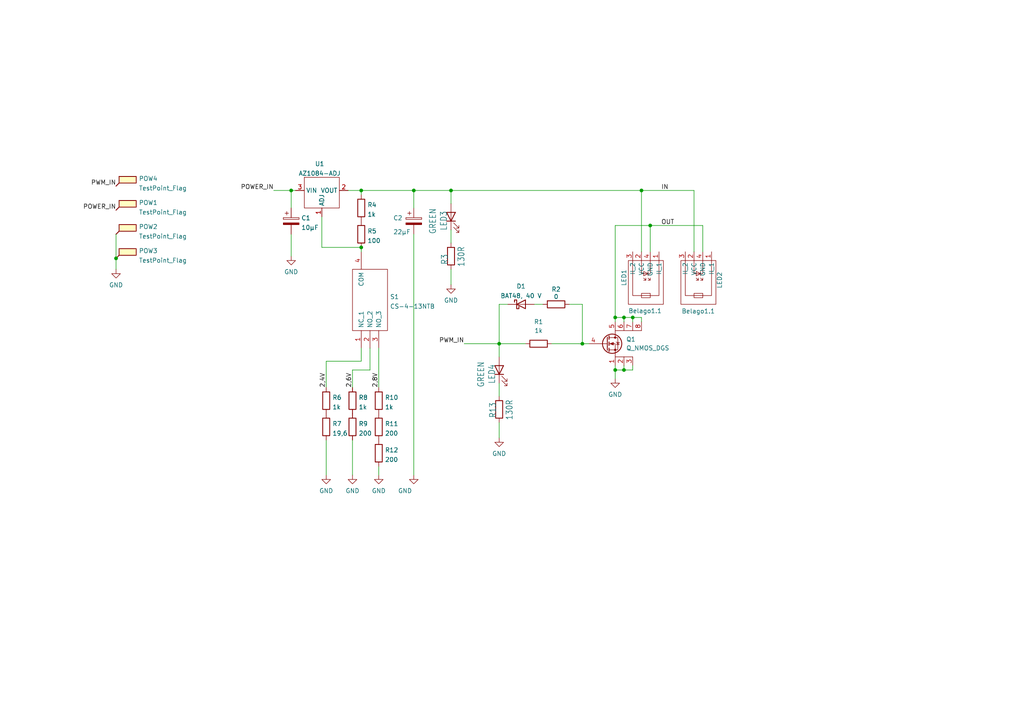
<source format=kicad_sch>
(kicad_sch (version 20210621) (generator eeschema)
  (paper "A4")
  (lib_symbols
    (symbol "AZ1084-ADJ:AZ1084-ADJ"
      (property "Reference" "U?" (at 0 6.985 0))
      (property "Value" "AZ1084-ADJ" (at 0 5.08 0))
      (symbol "AZ1084-ADJ_0_1"
        (polyline (pts (xy -5.08 3.81) (xy -5.08 0)) (stroke (width 0.1524)))
        (polyline (pts (xy -5.08 0) (xy -5.08 -5.08) (xy 5.08 -5.08) (xy 5.08 3.81) (xy -5.08 3.81)) (stroke (width 0.1524)))
      )
      (symbol "AZ1084-ADJ_1_1"
        (pin input line (at 0 -7.62 90) (length 2.54) (name "ADJ") (number "1"))
        (pin output line (at 7.62 0 180) (length 2.54) (name "VOUT") (number "2"))
        (pin input line (at -7.62 0 0) (length 2.54) (name "VIN") (number "3"))
      )
    )
    (symbol "Belago1.1:Belago1.1"
      (property "Reference" "LED?" (at 0 6.985 0))
      (property "Value" "Belago1.1" (at 10.795 0 90))
      (symbol "Belago1.1_0_1"
        (polyline (pts (xy -0.635 0.635) (xy 0.635 0.635)) (stroke (width 0.1524)))
        (polyline (pts (xy 1.905 0) (xy 1.905 -0.635)) (stroke (width 0.1524)))
        (polyline (pts (xy 1.27 -0.635) (xy 1.905 0) (xy 1.27 0)) (stroke (width 0.1524)))
        (polyline (pts (xy -3.81 1.27) (xy 0 1.27) (xy 0 -1.27) (xy -3.81 -1.27)) (stroke (width 0.1524)))
        (polyline (pts (xy 0 0.635) (xy -0.635 -0.635) (xy 0.635 -0.635) (xy 0 0.635)) (stroke (width 0.1524)))
        (polyline (pts (xy 1.27 0.635) (xy 1.905 1.27) (xy 1.27 1.27) (xy 1.905 1.27) (xy 1.905 0.635)) (stroke (width 0.1524)))
        (polyline (pts (xy 5.715 1.27) (xy 6.985 1.27) (xy 6.985 -1.27) (xy 5.715 -1.27) (xy 5.715 1.27)) (stroke (width 0.1524)))
        (polyline (pts (xy -3.81 3.81) (xy 6.35 3.81) (xy 6.35 -3.81) (xy -3.81 -3.81) (xy -3.81 -5.08) (xy 8.89 -5.08) (xy 8.89 5.08) (xy -3.81 5.08) (xy -3.81 -3.81)) (stroke (width 0.1524)))
      )
      (symbol "Belago1.1_1_1"
        (pin passive line (at -6.35 3.81 0) (length 2.54) (name "Il_1") (number "1"))
        (pin passive line (at -6.35 -1.27 0) (length 2.54) (name "VCC") (number "2"))
        (pin passive line (at -6.35 -3.81 0) (length 2.54) (name "Il_2") (number "3"))
        (pin passive line (at -6.35 1.27 0) (length 2.54) (name "GND") (number "4"))
      )
    )
    (symbol "CS-4-13NTB:CS-4-13NTB" (pin_names (offset 0.762))
      (property "Reference" "S" (at 24.13 7.62 0))
      (property "Value" "CS-4-13NTB" (at 24.13 5.08 0))
      (symbol "CS-4-13NTB_0_0"
        (pin passive line (at 0 0 0) (length 5.08) (name "NC_1") (number "1"))
        (pin passive line (at 0 -2.54 0) (length 5.08) (name "NO_2") (number "2"))
        (pin passive line (at 0 -5.08 0) (length 5.08) (name "NO_3") (number "3"))
        (pin passive line (at 27.94 0 180) (length 5.08) (name "COM") (number "4"))
      )
      (symbol "CS-4-13NTB_0_1"
        (polyline (pts (xy 5.08 2.54) (xy 22.86 2.54) (xy 22.86 -7.62) (xy 5.08 -7.62) (xy 5.08 2.54)) (stroke (width 0.1524)))
      )
    )
    (symbol "Connector:TestPoint_Flag" (pin_numbers hide) (pin_names (offset 0.762) hide)
      (property "Reference" "TP" (at 3.429 1.778 0))
      (property "Value" "TestPoint_Flag" (at 3.302 4.191 0))
      (symbol "TestPoint_Flag_0_1"
        (polyline (pts (xy 0 0) (xy 0.889 0.889)) (stroke (width 0.254)))
        (rectangle (start 0.889 2.794) (end 5.842 0.889) (stroke (width 0.254)) (fill (type background)))
      )
      (symbol "TestPoint_Flag_1_1"
        (pin passive line (at 0 0 90) (length 0) (name "1") (number "1"))
      )
    )
    (symbol "Device:C_Polarized" (pin_numbers hide) (pin_names (offset 0.254))
      (property "Reference" "C" (at 0.635 2.54 0))
      (property "Value" "C_Polarized" (at 0.635 -2.54 0))
      (symbol "C_Polarized_0_1"
        (rectangle (start -2.286 0.508) (end 2.286 1.016))
        (polyline (pts (xy -1.778 2.286) (xy -0.762 2.286)))
        (polyline (pts (xy -1.27 2.794) (xy -1.27 1.778)))
        (rectangle (start 2.286 -0.508) (end -2.286 -1.016) (fill (type outline)))
      )
      (symbol "C_Polarized_1_1"
        (pin passive line (at 0 3.81 270) (length 2.794) (name "~") (number "1"))
        (pin passive line (at 0 -3.81 90) (length 2.794) (name "~") (number "2"))
      )
    )
    (symbol "Device:D_Schottky" (pin_numbers hide) (pin_names (offset 1.016) hide)
      (property "Reference" "D" (at 0 2.54 0))
      (property "Value" "D_Schottky" (at 0 -2.54 0))
      (symbol "D_Schottky_0_1"
        (polyline (pts (xy 1.27 0) (xy -1.27 0)))
        (polyline (pts (xy 1.27 1.27) (xy 1.27 -1.27) (xy -1.27 0) (xy 1.27 1.27)) (stroke (width 0.254)))
        (polyline (pts (xy -1.905 0.635) (xy -1.905 1.27) (xy -1.27 1.27) (xy -1.27 -1.27) (xy -0.635 -1.27) (xy -0.635 -0.635)) (stroke (width 0.254)))
      )
      (symbol "D_Schottky_1_1"
        (pin passive line (at -3.81 0 0) (length 2.54) (name "K") (number "1"))
        (pin passive line (at 3.81 0 180) (length 2.54) (name "A") (number "2"))
      )
    )
    (symbol "Device:LED" (pin_numbers hide) (pin_names (offset 1.016) hide)
      (property "Reference" "D" (at 0 2.54 0))
      (property "Value" "LED" (at 0 -2.54 0))
      (symbol "LED_0_1"
        (polyline (pts (xy -1.27 -1.27) (xy -1.27 1.27)) (stroke (width 0.254)))
        (polyline (pts (xy -1.27 0) (xy 1.27 0)))
        (polyline (pts (xy 1.27 -1.27) (xy 1.27 1.27) (xy -1.27 0) (xy 1.27 -1.27)) (stroke (width 0.254)))
        (polyline (pts (xy -3.048 -0.762) (xy -4.572 -2.286) (xy -3.81 -2.286) (xy -4.572 -2.286) (xy -4.572 -1.524)))
        (polyline (pts (xy -1.778 -0.762) (xy -3.302 -2.286) (xy -2.54 -2.286) (xy -3.302 -2.286) (xy -3.302 -1.524)))
      )
      (symbol "LED_1_1"
        (pin passive line (at -3.81 0 0) (length 2.54) (name "K") (number "1"))
        (pin passive line (at 3.81 0 180) (length 2.54) (name "A") (number "2"))
      )
    )
    (symbol "Device:R" (pin_numbers hide) (pin_names (offset 0))
      (property "Reference" "R" (at 2.032 0 90))
      (property "Value" "R" (at 0 0 90))
      (symbol "R_0_1"
        (rectangle (start -1.016 -2.54) (end 1.016 2.54) (stroke (width 0.254)))
      )
      (symbol "R_1_1"
        (pin passive line (at 0 3.81 270) (length 1.27) (name "~") (number "1"))
        (pin passive line (at 0 -3.81 90) (length 1.27) (name "~") (number "2"))
      )
    )
    (symbol "IRL100HS121:DMT10H072LFDF" (pin_names (offset 0) hide)
      (property "Reference" "Q" (at 5.08 1.27 0))
      (property "Value" "DMT10H072LFDF" (at 5.08 -1.27 0))
      (symbol "DMT10H072LFDF_0_1"
        (polyline (pts (xy 0.254 0) (xy -2.54 0)))
        (polyline (pts (xy 0.254 1.905) (xy 0.254 -1.905)) (stroke (width 0.254)))
        (polyline (pts (xy 0.762 -1.27) (xy 0.762 -2.286)) (stroke (width 0.254)))
        (polyline (pts (xy 0.762 0.508) (xy 0.762 -0.508)) (stroke (width 0.254)))
        (polyline (pts (xy 0.762 2.286) (xy 0.762 1.27)) (stroke (width 0.254)))
        (polyline (pts (xy 2.54 2.54) (xy 2.54 1.778)))
        (polyline (pts (xy 2.54 2.54) (xy 2.54 3.81)) (stroke (width 0.1524)))
        (polyline (pts (xy 5.08 -3.81) (xy 7.62 -3.81)) (stroke (width 0.1524)))
        (polyline (pts (xy 10.16 3.81) (xy 2.54 3.81)) (stroke (width 0.1524)))
        (polyline (pts (xy 2.54 -2.54) (xy 2.54 -3.81) (xy 5.08 -3.81)) (stroke (width 0.1524)))
        (polyline (pts (xy 2.54 -2.54) (xy 2.54 0) (xy 0.762 0)))
        (polyline (pts (xy 0.762 -1.778) (xy 3.302 -1.778) (xy 3.302 1.778) (xy 0.762 1.778)))
        (polyline (pts (xy 1.016 0) (xy 2.032 0.381) (xy 2.032 -0.381) (xy 1.016 0)) (fill (type outline)))
        (polyline (pts (xy 2.794 0.508) (xy 2.921 0.381) (xy 3.683 0.381) (xy 3.81 0.254)))
        (polyline (pts (xy 3.302 0.381) (xy 2.921 -0.254) (xy 3.683 -0.254) (xy 3.302 0.381)))
        (circle (center 1.651 0) (radius 2.794) (stroke (width 0.254)) (stroke (width 0.254)))
        (circle (center 2.54 -1.778) (radius 0.254) (fill (type outline)))
        (circle (center 2.54 1.778) (radius 0.254) (fill (type outline)))
      )
      (symbol "DMT10H072LFDF_1_1"
        (pin passive line (at 2.54 -6.35 90) (length 2.54) (name "S") (number "1"))
        (pin passive line (at 5.08 -6.35 90) (length 2.54) (name "S") (number "2"))
        (pin passive line (at 7.62 -6.35 90) (length 2.54) (name "S") (number "3"))
        (pin input line (at -5.08 0 0) (length 2.54) (name "G") (number "4"))
        (pin passive line (at 2.54 6.35 270) (length 2.54) (name "D") (number "5"))
        (pin passive line (at 5.08 6.35 270) (length 2.54) (name "D") (number "6"))
        (pin passive line (at 7.62 6.35 270) (length 2.54) (name "D") (number "7"))
        (pin passive line (at 10.16 6.35 270) (length 2.54) (name "D") (number "8"))
      )
    )
    (symbol "power:GND" (power) (pin_names (offset 0))
      (property "Value" "GND" (at 0 -3.81 0))
      (symbol "GND_0_1"
        (polyline (pts (xy 0 0) (xy 0 -1.27) (xy 1.27 -1.27) (xy 0 -2.54) (xy -1.27 -1.27) (xy 0 -1.27)))
      )
      (symbol "GND_1_1"
        (pin power_in line (at 0 0 270) (length 0) hide (name "GND") (number "1"))
      )
    )
  )
  (junction (at 33.655 74.93))
  (junction (at 84.455 55.245))
  (junction (at 104.775 55.245))
  (junction (at 104.775 71.755))
  (junction (at 120.015 55.245))
  (junction (at 130.81 55.245))
  (junction (at 144.78 99.695))
  (junction (at 168.91 99.695))
  (junction (at 178.435 92.075))
  (junction (at 178.435 107.315))
  (junction (at 180.975 92.075))
  (junction (at 180.975 107.315))
  (junction (at 183.515 92.075))
  (junction (at 186.055 55.245))
  (junction (at 188.595 65.405))
  (wire (pts (xy 33.655 67.945) (xy 33.655 74.93)))
  (wire (pts (xy 33.655 74.93) (xy 33.655 78.105)))
  (wire (pts (xy 79.375 55.245) (xy 84.455 55.245)))
  (wire (pts (xy 84.455 55.245) (xy 84.455 60.325)))
  (wire (pts (xy 84.455 55.245) (xy 85.725 55.245)))
  (wire (pts (xy 84.455 67.945) (xy 84.455 74.295)))
  (wire (pts (xy 93.345 62.865) (xy 93.345 71.755)))
  (wire (pts (xy 93.345 71.755) (xy 104.775 71.755)))
  (wire (pts (xy 94.615 104.775) (xy 94.615 112.395)))
  (wire (pts (xy 94.615 127.635) (xy 94.615 137.795)))
  (wire (pts (xy 100.965 55.245) (xy 104.775 55.245)))
  (wire (pts (xy 102.235 107.315) (xy 102.235 112.395)))
  (wire (pts (xy 102.235 127.635) (xy 102.235 137.795)))
  (wire (pts (xy 104.775 55.245) (xy 104.775 56.515)))
  (wire (pts (xy 104.775 55.245) (xy 120.015 55.245)))
  (wire (pts (xy 104.775 71.755) (xy 104.775 73.025)))
  (wire (pts (xy 104.775 100.965) (xy 104.775 104.775)))
  (wire (pts (xy 104.775 104.775) (xy 94.615 104.775)))
  (wire (pts (xy 107.315 100.965) (xy 107.315 107.315)))
  (wire (pts (xy 107.315 107.315) (xy 102.235 107.315)))
  (wire (pts (xy 109.855 100.965) (xy 109.855 112.395)))
  (wire (pts (xy 109.855 135.255) (xy 109.855 137.795)))
  (wire (pts (xy 120.015 55.245) (xy 120.015 60.325)))
  (wire (pts (xy 120.015 55.245) (xy 130.81 55.245)))
  (wire (pts (xy 120.015 67.945) (xy 120.015 137.795)))
  (wire (pts (xy 130.81 55.245) (xy 130.81 59.055)))
  (wire (pts (xy 130.81 55.245) (xy 186.055 55.245)))
  (wire (pts (xy 130.81 66.675) (xy 130.81 70.485)))
  (wire (pts (xy 130.81 78.105) (xy 130.81 82.55)))
  (wire (pts (xy 144.78 88.265) (xy 144.78 99.695)))
  (wire (pts (xy 144.78 99.695) (xy 134.62 99.695)))
  (wire (pts (xy 144.78 99.695) (xy 144.78 103.505)))
  (wire (pts (xy 144.78 111.125) (xy 144.78 114.935)))
  (wire (pts (xy 144.78 122.555) (xy 144.78 127)))
  (wire (pts (xy 147.32 88.265) (xy 144.78 88.265)))
  (wire (pts (xy 152.4 99.695) (xy 144.78 99.695)))
  (wire (pts (xy 154.94 88.265) (xy 157.48 88.265)))
  (wire (pts (xy 160.02 99.695) (xy 168.91 99.695)))
  (wire (pts (xy 165.1 88.265) (xy 168.91 88.265)))
  (wire (pts (xy 168.91 88.265) (xy 168.91 99.695)))
  (wire (pts (xy 168.91 99.695) (xy 170.815 99.695)))
  (wire (pts (xy 178.435 65.405) (xy 178.435 92.075)))
  (wire (pts (xy 178.435 65.405) (xy 188.595 65.405)))
  (wire (pts (xy 178.435 92.075) (xy 178.435 93.345)))
  (wire (pts (xy 178.435 106.045) (xy 178.435 107.315)))
  (wire (pts (xy 178.435 107.315) (xy 178.435 109.855)))
  (wire (pts (xy 180.975 92.075) (xy 178.435 92.075)))
  (wire (pts (xy 180.975 93.345) (xy 180.975 92.075)))
  (wire (pts (xy 180.975 106.045) (xy 180.975 107.315)))
  (wire (pts (xy 180.975 107.315) (xy 178.435 107.315)))
  (wire (pts (xy 183.515 92.075) (xy 180.975 92.075)))
  (wire (pts (xy 183.515 93.345) (xy 183.515 92.075)))
  (wire (pts (xy 183.515 106.045) (xy 183.515 107.315)))
  (wire (pts (xy 183.515 107.315) (xy 180.975 107.315)))
  (wire (pts (xy 186.055 55.245) (xy 186.055 73.025)))
  (wire (pts (xy 186.055 55.245) (xy 201.295 55.245)))
  (wire (pts (xy 186.055 92.075) (xy 183.515 92.075)))
  (wire (pts (xy 186.055 92.075) (xy 186.055 93.345)))
  (wire (pts (xy 188.595 65.405) (xy 203.835 65.405)))
  (wire (pts (xy 188.595 73.025) (xy 188.595 65.405)))
  (wire (pts (xy 201.295 55.245) (xy 201.295 73.025)))
  (wire (pts (xy 203.835 65.405) (xy 203.835 73.025)))
  (label "PWM_IN" (at 33.655 53.975 180))
  (label "POWER_IN" (at 33.655 60.96 180))
  (label "POWER_IN" (at 79.375 55.245 180))
  (label "2,4V" (at 94.615 112.395 90))
  (label "2,6V" (at 102.235 112.395 90))
  (label "2,8V" (at 109.855 112.395 90))
  (label "PWM_IN" (at 134.62 99.695 180))
  (label "IN" (at 191.77 55.245 0))
  (label "OUT" (at 191.77 65.405 0))
  (symbol (lib_id "power:GND") (at 33.655 78.105 0) (unit 1)
    (property "Reference" "#PWR0112" (effects hide))
    (property "Value" "GND" (at 33.655 82.6676 0))
  )
  (symbol (lib_id "power:GND") (at 84.455 74.295 0) (unit 1)
    (property "Reference" "#PWR0101" (effects hide))
    (property "Value" "GND" (at 84.455 78.8576 0))
  )
  (symbol (lib_id "power:GND") (at 94.615 137.795 0) (unit 1)
    (property "Reference" "#PWR0107" (effects hide))
    (property "Value" "GND" (at 94.615 142.3576 0))
  )
  (symbol (lib_id "power:GND") (at 102.235 137.795 0) (unit 1)
    (property "Reference" "#PWR0106" (effects hide))
    (property "Value" "GND" (at 102.235 142.3576 0))
  )
  (symbol (lib_id "power:GND") (at 109.855 137.795 0) (unit 1)
    (property "Reference" "#PWR0108" (effects hide))
    (property "Value" "GND" (at 109.855 142.3576 0))
  )
  (symbol (lib_id "power:GND") (at 120.015 137.795 0) (unit 1)
    (property "Reference" "#PWR0109" (effects hide))
    (property "Value" "GND" (at 117.475 142.3576 0))
  )
  (symbol (lib_id "power:GND") (at 130.81 82.55 0) (unit 1)
    (property "Reference" "#PWR01" (effects hide))
    (property "Value" "GND" (at 130.81 87.1126 0))
  )
  (symbol (lib_id "power:GND") (at 144.78 127 0) (unit 1)
    (property "Reference" "#PWR02" (effects hide))
    (property "Value" "GND" (at 144.78 131.5626 0))
  )
  (symbol (lib_id "power:GND") (at 178.435 109.855 0) (unit 1)
    (property "Reference" "#PWR0110" (effects hide))
    (property "Value" "GND" (at 178.435 114.4176 0))
  )
  (symbol (lib_id "Device:R") (at 94.615 116.205 0) (unit 1)
    (property "Reference" "R6" (at 96.3931 115.2965 0) (effects (justify left)))
    (property "Value" "1k" (at 96.3931 118.0716 0) (effects (justify left)))
    (property "Footprint" "footprints:R_0603_1608Metric_Pad0.98x0.95mm_HandSolder" (effects hide))
  )
  (symbol (lib_id "Device:R") (at 94.615 123.825 0) (unit 1)
    (property "Reference" "R7" (at 96.3931 122.9165 0) (effects (justify left)))
    (property "Value" "19,6" (at 96.3931 125.6916 0) (effects (justify left)))
    (property "Footprint" "footprints:R_0603_1608Metric_Pad0.98x0.95mm_HandSolder" (effects hide))
  )
  (symbol (lib_id "Device:R") (at 102.235 116.205 0) (unit 1)
    (property "Reference" "R8" (at 104.0131 115.2965 0) (effects (justify left)))
    (property "Value" "1k" (at 104.0131 118.0716 0) (effects (justify left)))
    (property "Footprint" "footprints:R_0603_1608Metric_Pad0.98x0.95mm_HandSolder" (effects hide))
  )
  (symbol (lib_id "Device:R") (at 102.235 123.825 0) (unit 1)
    (property "Reference" "R9" (at 104.0131 122.9165 0) (effects (justify left)))
    (property "Value" "200" (at 104.0131 125.6916 0) (effects (justify left)))
    (property "Footprint" "footprints:R_0603_1608Metric_Pad0.98x0.95mm_HandSolder" (effects hide))
  )
  (symbol (lib_id "Device:R") (at 104.775 60.325 0) (unit 1)
    (property "Reference" "R4" (at 106.5531 59.4165 0) (effects (justify left)))
    (property "Value" "1k" (at 106.5531 62.1916 0) (effects (justify left)))
    (property "Footprint" "footprints:R_0603_1608Metric_Pad0.98x0.95mm_HandSolder" (effects hide))
  )
  (symbol (lib_id "Device:R") (at 104.775 67.945 0) (unit 1)
    (property "Reference" "R5" (at 106.5531 67.0365 0) (effects (justify left)))
    (property "Value" "100" (at 106.5531 69.8116 0) (effects (justify left)))
    (property "Footprint" "footprints:R_0603_1608Metric_Pad0.98x0.95mm_HandSolder" (effects hide))
  )
  (symbol (lib_id "Device:R") (at 109.855 116.205 0) (unit 1)
    (property "Reference" "R10" (at 111.6331 115.2965 0) (effects (justify left)))
    (property "Value" "1k" (at 111.6331 118.0716 0) (effects (justify left)))
    (property "Footprint" "footprints:R_0603_1608Metric_Pad0.98x0.95mm_HandSolder" (effects hide))
  )
  (symbol (lib_id "Device:R") (at 109.855 123.825 0) (unit 1)
    (property "Reference" "R11" (at 111.6331 122.9165 0) (effects (justify left)))
    (property "Value" "200" (at 111.6331 125.6916 0) (effects (justify left)))
    (property "Footprint" "footprints:R_0603_1608Metric_Pad0.98x0.95mm_HandSolder" (effects hide))
  )
  (symbol (lib_id "Device:R") (at 109.855 131.445 0) (unit 1)
    (property "Reference" "R12" (at 111.6331 130.5365 0) (effects (justify left)))
    (property "Value" "200" (at 111.6331 133.3116 0) (effects (justify left)))
    (property "Footprint" "footprints:R_0603_1608Metric_Pad0.98x0.95mm_HandSolder" (effects hide))
  )
  (symbol (lib_id "Device:R") (at 130.81 74.295 0) (unit 1)
    (property "Reference" "R3" (at 129.9464 76.835 90) (effects (font (size 1.778 1.5113)) (justify left bottom)))
    (property "Value" "130R" (at 134.747 77.47 90) (effects (font (size 1.778 1.5113)) (justify left bottom)))
    (property "Footprint" "footprints:R_0603_1608Metric_Pad0.98x0.95mm_HandSolder" (effects hide))
  )
  (symbol (lib_id "Device:R") (at 144.78 118.745 0) (unit 1)
    (property "Reference" "R13" (at 143.9164 121.285 90) (effects (font (size 1.778 1.5113)) (justify left bottom)))
    (property "Value" "130R" (at 148.717 121.92 90) (effects (font (size 1.778 1.5113)) (justify left bottom)))
    (property "Footprint" "footprints:R_0603_1608Metric_Pad0.98x0.95mm_HandSolder" (effects hide))
  )
  (symbol (lib_id "Device:R") (at 156.21 99.695 90) (unit 1)
    (property "Reference" "R1" (at 156.21 93.345 90))
    (property "Value" "1k" (at 156.21 95.885 90))
    (property "Footprint" "footprints:R_0603_1608Metric_Pad0.98x0.95mm_HandSolder" (effects hide))
  )
  (symbol (lib_id "Device:R") (at 161.29 88.265 90) (unit 1)
    (property "Reference" "R2" (at 161.29 83.9174 90))
    (property "Value" "0" (at 161.29 86.0575 90))
    (property "Footprint" "footprints:R_0603_1608Metric_Pad0.98x0.95mm_HandSolder" (effects hide))
  )
  (symbol (lib_id "Connector:TestPoint_Flag") (at 33.655 53.975 0) (unit 1)
    (property "Reference" "POW4" (at 40.2591 51.7965 0) (effects (justify left)))
    (property "Value" "TestPoint_Flag" (at 40.2591 54.5716 0) (effects (justify left)))
    (property "Footprint" "footprints:TestPoint_Pad_4.0x4.0mm" (effects hide))
  )
  (symbol (lib_id "Connector:TestPoint_Flag") (at 33.655 60.96 0) (unit 1)
    (property "Reference" "POW1" (at 40.2591 58.7815 0) (effects (justify left)))
    (property "Value" "TestPoint_Flag" (at 40.2591 61.5566 0) (effects (justify left)))
    (property "Footprint" "footprints:TestPoint_Pad_4.0x4.0mm" (effects hide))
  )
  (symbol (lib_id "Connector:TestPoint_Flag") (at 33.655 67.945 0) (unit 1)
    (property "Reference" "POW2" (at 40.2591 65.7665 0) (effects (justify left)))
    (property "Value" "TestPoint_Flag" (at 40.2591 68.5416 0) (effects (justify left)))
    (property "Footprint" "footprints:TestPoint_Pad_4.0x4.0mm" (effects hide))
  )
  (symbol (lib_id "Connector:TestPoint_Flag") (at 33.655 74.93 0) (unit 1)
    (property "Reference" "POW3" (at 40.2591 72.7515 0) (effects (justify left)))
    (property "Value" "TestPoint_Flag" (at 40.2591 75.5266 0) (effects (justify left)))
    (property "Footprint" "footprints:TestPoint_Pad_4.0x4.0mm" (effects hide))
  )
  (symbol (lib_id "Device:D_Schottky") (at 151.13 88.265 0) (unit 1)
    (property "Reference" "D1" (at 151.13 83.0284 0))
    (property "Value" "BAT48, 40 V" (at 151.13 85.8035 0))
    (property "Footprint" "footprints:D_0603_1608Metric_Pad1.05x0.95mm_HandSolder" (effects hide))
  )
  (symbol (lib_id "Device:LED") (at 130.81 62.865 90) (unit 1)
    (property "Reference" "LED3" (at 129.667 66.929 0) (effects (font (size 1.778 1.5113)) (justify left bottom)))
    (property "Value" "GREEN" (at 126.492 67.945 0) (effects (font (size 1.778 1.5113)) (justify left bottom)))
    (property "Footprint" "footprints:D_0603_1608Metric_Pad1.05x0.95mm_HandSolder" (effects hide))
  )
  (symbol (lib_id "Device:LED") (at 144.78 107.315 90) (unit 1)
    (property "Reference" "LED4" (at 143.637 111.379 0) (effects (font (size 1.778 1.5113)) (justify left bottom)))
    (property "Value" "GREEN" (at 140.462 112.395 0) (effects (font (size 1.778 1.5113)) (justify left bottom)))
    (property "Footprint" "footprints:D_0603_1608Metric_Pad1.05x0.95mm_HandSolder" (effects hide))
  )
  (symbol (lib_id "Device:C_Polarized") (at 84.455 64.135 0) (unit 1)
    (property "Reference" "C1" (at 87.3761 63.2265 0) (effects (justify left)))
    (property "Value" "10µF" (at 87.3761 66.0016 0) (effects (justify left)))
    (property "Footprint" "Capacitor_SMD:CP_Elec_3x5.4" (effects hide))
  )
  (symbol (lib_id "Device:C_Polarized") (at 120.015 64.135 0) (unit 1)
    (property "Reference" "C2" (at 114.0461 63.2265 0) (effects (justify left)))
    (property "Value" "22µF" (at 114.0461 67.2716 0) (effects (justify left)))
    (property "Footprint" "Capacitor_SMD:CP_Elec_3x5.4" (effects hide))
  )
  (symbol (lib_id "Belago1.1:Belago1.1") (at 187.325 79.375 270) (unit 1)
    (property "Reference" "LED1" (at 180.975 78.105 0) (effects (justify left)))
    (property "Value" "Belago1.1" (at 182.245 90.17 90) (effects (justify left)))
    (property "Footprint" "IR_LED_PROJECTOR:Belago1.1" (effects hide))
  )
  (symbol (lib_id "Belago1.1:Belago1.1") (at 202.565 79.375 270) (unit 1)
    (property "Reference" "LED2" (at 208.7059 78.8163 0) (effects (justify left)))
    (property "Value" "Belago1.1" (at 197.6758 90.2463 90) (effects (justify left)))
    (property "Footprint" "IR_LED_PROJECTOR:Belago1.1" (effects hide))
  )
  (symbol (lib_id "AZ1084-ADJ:AZ1084-ADJ") (at 93.345 55.245 0) (unit 1)
    (property "Reference" "U1" (at 92.71 47.5192 0))
    (property "Value" "AZ1084-ADJ" (at 92.71 50.2943 0))
    (property "Footprint" "Package_TO_SOT_SMD:TO-252-3_TabPin2" (effects hide))
  )
  (symbol (lib_id "IRL100HS121:DMT10H072LFDF") (at 175.895 99.695 0) (unit 1)
    (property "Reference" "Q1" (at 181.61 98.4249 0) (effects (justify left)))
    (property "Value" "Q_NMOS_DGS" (at 181.61 100.9649 0) (effects (justify left)))
    (property "Footprint" "IR_LED_PROJECTOR:DFN3x3A_8L_NEP_P" (effects hide))
  )
  (symbol (lib_id "CS-4-13NTB:CS-4-13NTB") (at 104.775 100.965 90) (unit 1)
    (property "Reference" "S1" (at 113.1063 86.0865 90) (effects (justify right)))
    (property "Value" "CS-4-13NTB" (at 113.1063 88.8616 90) (effects (justify right)))
    (property "Footprint" "IR_LED_PROJECTOR:CS413NTB" (effects hide))
    (property "Datasheet" "https://www.nidec-copal-electronics.com/e/catalog/switch/cs-4.pdf" (effects hide))
    (property "Description" "NIDEC COPAL ELECTRONICS - CS-4-13NTB - Rotary Switch, SMD, 3 Position, 1 Pole, 45 , 100 mA, 16 V, CS-4 Series" (effects hide))
    (property "Height" "2.3" (effects hide))
    (property "Manufacturer_Name" "Copal Electronics" (effects hide))
    (property "Manufacturer_Part_Number" "CS-4-13NTB" (effects hide))
  )
)
</source>
